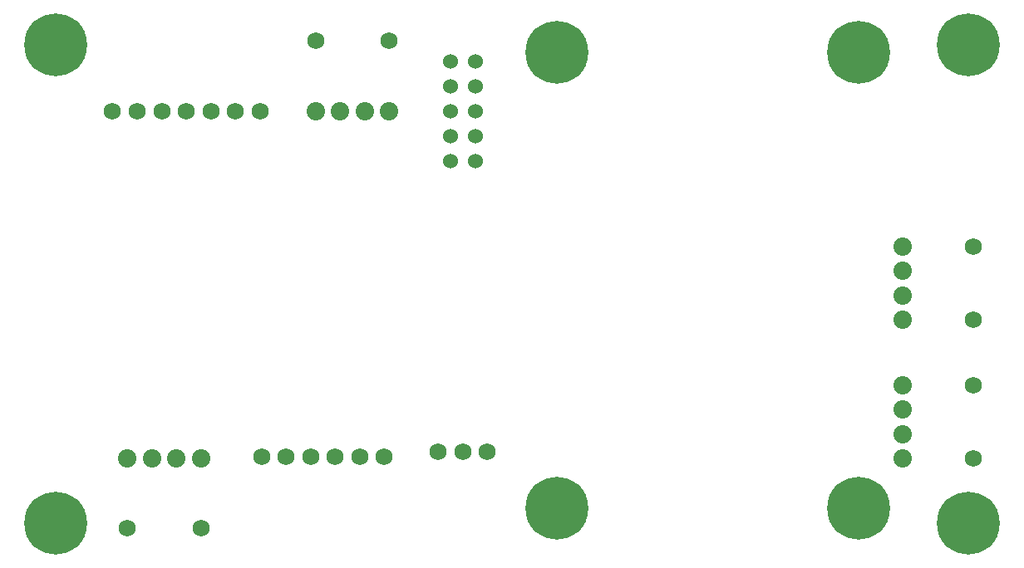
<source format=gbr>
%TF.GenerationSoftware,KiCad,Pcbnew,9.0.0*%
%TF.CreationDate,2025-08-25T22:46:20-05:00*%
%TF.ProjectId,BPS-Voltage_Temp_Board,4250532d-566f-46c7-9461-67655f54656d,rev?*%
%TF.SameCoordinates,Original*%
%TF.FileFunction,Soldermask,Bot*%
%TF.FilePolarity,Negative*%
%FSLAX46Y46*%
G04 Gerber Fmt 4.6, Leading zero omitted, Abs format (unit mm)*
G04 Created by KiCad (PCBNEW 9.0.0) date 2025-08-25 22:46:20*
%MOMM*%
%LPD*%
G01*
G04 APERTURE LIST*
%ADD10C,1.524000*%
%ADD11C,3.600000*%
%ADD12C,6.400000*%
%ADD13C,1.750000*%
%ADD14C,1.875000*%
%ADD15C,1.752600*%
G04 APERTURE END LIST*
D10*
%TO.C,J5*%
X164790000Y-71402900D03*
X162250000Y-71402900D03*
X164790000Y-73942900D03*
X162250000Y-73942900D03*
X164790000Y-76482900D03*
X162250000Y-76482900D03*
X164790000Y-79022900D03*
X162250000Y-79022900D03*
X164790000Y-81562900D03*
X162250000Y-81562900D03*
%TD*%
D11*
%TO.C,MH4*%
X214975000Y-69700000D03*
D12*
X214975000Y-69700000D03*
%TD*%
D13*
%TO.C,J6*%
X129294200Y-119000000D03*
X136794200Y-119000000D03*
D14*
X136794200Y-111820000D03*
X134294200Y-111820000D03*
X131794200Y-111820000D03*
X129294200Y-111820000D03*
%TD*%
D15*
%TO.C,J11*%
X127801000Y-76479000D03*
X130301000Y-76479000D03*
X132801000Y-76479000D03*
X135301000Y-76479000D03*
X137801000Y-76479000D03*
X140301000Y-76479000D03*
X142801000Y-76479000D03*
%TD*%
D11*
%TO.C,J10*%
X203787600Y-116949500D03*
D12*
X203787600Y-116949500D03*
D11*
X173037600Y-116949500D03*
D12*
X173037600Y-116949500D03*
D11*
X173037600Y-70479500D03*
D12*
X173037600Y-70479500D03*
D11*
X203777600Y-70479500D03*
D12*
X203777600Y-70479500D03*
%TD*%
D13*
%TO.C,J13*%
X215496600Y-97750000D03*
X215496600Y-90250000D03*
D14*
X208316600Y-90250000D03*
X208316600Y-92750000D03*
X208316600Y-95250000D03*
X208316600Y-97750000D03*
%TD*%
D15*
%TO.C,J8*%
X155484200Y-111691895D03*
X152984200Y-111691895D03*
X150484200Y-111691895D03*
X147984200Y-111691895D03*
X145484200Y-111691895D03*
X142984200Y-111691895D03*
%TD*%
%TO.C,J9*%
X165984200Y-111191895D03*
X163484200Y-111191895D03*
X160984200Y-111191895D03*
%TD*%
D11*
%TO.C,MH1*%
X122017600Y-69699500D03*
D12*
X122017600Y-69699500D03*
%TD*%
D11*
%TO.C,MH3*%
X214975000Y-118449500D03*
D12*
X214975000Y-118449500D03*
%TD*%
D13*
%TO.C,J12*%
X215496600Y-111889500D03*
X215496600Y-104389500D03*
D14*
X208316600Y-104389500D03*
X208316600Y-106889500D03*
X208316600Y-109389500D03*
X208316600Y-111889500D03*
%TD*%
D11*
%TO.C,MH2*%
X122017600Y-118449500D03*
D12*
X122017600Y-118449500D03*
%TD*%
D13*
%TO.C,J7*%
X155991000Y-69271000D03*
X148491000Y-69271000D03*
D14*
X148491000Y-76451000D03*
X150991000Y-76451000D03*
X153491000Y-76451000D03*
X155991000Y-76451000D03*
%TD*%
M02*

</source>
